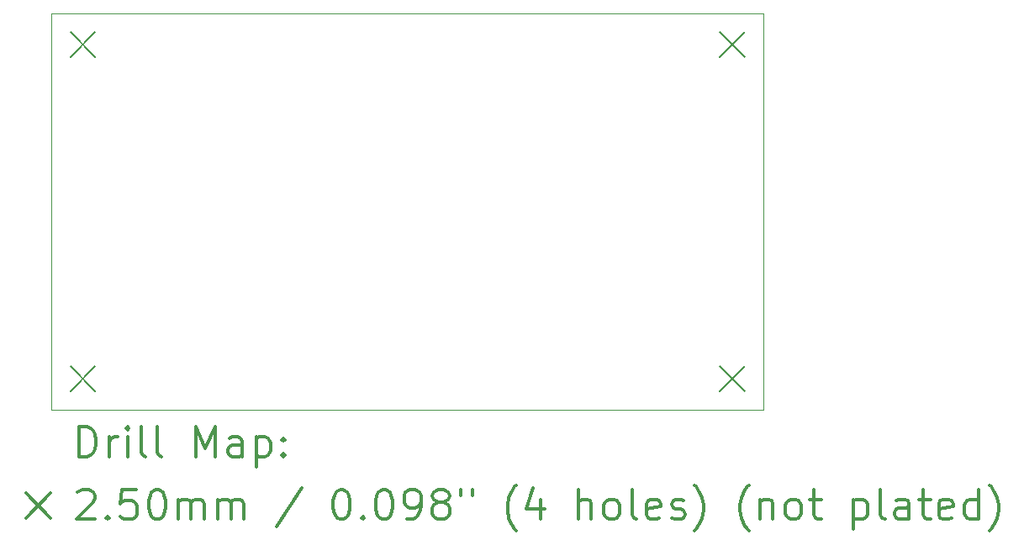
<source format=gbr>
%FSLAX45Y45*%
G04 Gerber Fmt 4.5, Leading zero omitted, Abs format (unit mm)*
G04 Created by KiCad (PCBNEW (5.1.5-0-10_14)) date 2020-05-21 11:54:05*
%MOMM*%
%LPD*%
G04 APERTURE LIST*
%TA.AperFunction,Profile*%
%ADD10C,0.100000*%
%TD*%
%ADD11C,0.200000*%
%ADD12C,0.300000*%
G04 APERTURE END LIST*
D10*
X10350500Y-7175500D02*
X10350500Y-3175000D01*
X3175000Y-3175000D02*
X3175000Y-3238500D01*
X10350500Y-3175000D02*
X3175000Y-3175000D01*
X3175000Y-7175500D02*
X10350500Y-7175500D01*
X3175000Y-3238500D02*
X3175000Y-7175500D01*
D11*
X9908000Y-6733000D02*
X10158000Y-6983000D01*
X10158000Y-6733000D02*
X9908000Y-6983000D01*
X9908000Y-3367500D02*
X10158000Y-3617500D01*
X10158000Y-3367500D02*
X9908000Y-3617500D01*
X3367500Y-6733000D02*
X3617500Y-6983000D01*
X3617500Y-6733000D02*
X3367500Y-6983000D01*
X3367500Y-3367500D02*
X3617500Y-3617500D01*
X3617500Y-3367500D02*
X3367500Y-3617500D01*
D12*
X3456428Y-7646214D02*
X3456428Y-7346214D01*
X3527857Y-7346214D01*
X3570714Y-7360500D01*
X3599286Y-7389071D01*
X3613571Y-7417643D01*
X3627857Y-7474786D01*
X3627857Y-7517643D01*
X3613571Y-7574786D01*
X3599286Y-7603357D01*
X3570714Y-7631929D01*
X3527857Y-7646214D01*
X3456428Y-7646214D01*
X3756428Y-7646214D02*
X3756428Y-7446214D01*
X3756428Y-7503357D02*
X3770714Y-7474786D01*
X3785000Y-7460500D01*
X3813571Y-7446214D01*
X3842143Y-7446214D01*
X3942143Y-7646214D02*
X3942143Y-7446214D01*
X3942143Y-7346214D02*
X3927857Y-7360500D01*
X3942143Y-7374786D01*
X3956428Y-7360500D01*
X3942143Y-7346214D01*
X3942143Y-7374786D01*
X4127857Y-7646214D02*
X4099286Y-7631929D01*
X4085000Y-7603357D01*
X4085000Y-7346214D01*
X4285000Y-7646214D02*
X4256428Y-7631929D01*
X4242143Y-7603357D01*
X4242143Y-7346214D01*
X4627857Y-7646214D02*
X4627857Y-7346214D01*
X4727857Y-7560500D01*
X4827857Y-7346214D01*
X4827857Y-7646214D01*
X5099286Y-7646214D02*
X5099286Y-7489071D01*
X5085000Y-7460500D01*
X5056428Y-7446214D01*
X4999286Y-7446214D01*
X4970714Y-7460500D01*
X5099286Y-7631929D02*
X5070714Y-7646214D01*
X4999286Y-7646214D01*
X4970714Y-7631929D01*
X4956428Y-7603357D01*
X4956428Y-7574786D01*
X4970714Y-7546214D01*
X4999286Y-7531929D01*
X5070714Y-7531929D01*
X5099286Y-7517643D01*
X5242143Y-7446214D02*
X5242143Y-7746214D01*
X5242143Y-7460500D02*
X5270714Y-7446214D01*
X5327857Y-7446214D01*
X5356428Y-7460500D01*
X5370714Y-7474786D01*
X5385000Y-7503357D01*
X5385000Y-7589071D01*
X5370714Y-7617643D01*
X5356428Y-7631929D01*
X5327857Y-7646214D01*
X5270714Y-7646214D01*
X5242143Y-7631929D01*
X5513571Y-7617643D02*
X5527857Y-7631929D01*
X5513571Y-7646214D01*
X5499286Y-7631929D01*
X5513571Y-7617643D01*
X5513571Y-7646214D01*
X5513571Y-7460500D02*
X5527857Y-7474786D01*
X5513571Y-7489071D01*
X5499286Y-7474786D01*
X5513571Y-7460500D01*
X5513571Y-7489071D01*
X2920000Y-8015500D02*
X3170000Y-8265500D01*
X3170000Y-8015500D02*
X2920000Y-8265500D01*
X3442143Y-8004786D02*
X3456428Y-7990500D01*
X3485000Y-7976214D01*
X3556428Y-7976214D01*
X3585000Y-7990500D01*
X3599286Y-8004786D01*
X3613571Y-8033357D01*
X3613571Y-8061929D01*
X3599286Y-8104786D01*
X3427857Y-8276214D01*
X3613571Y-8276214D01*
X3742143Y-8247643D02*
X3756428Y-8261929D01*
X3742143Y-8276214D01*
X3727857Y-8261929D01*
X3742143Y-8247643D01*
X3742143Y-8276214D01*
X4027857Y-7976214D02*
X3885000Y-7976214D01*
X3870714Y-8119071D01*
X3885000Y-8104786D01*
X3913571Y-8090500D01*
X3985000Y-8090500D01*
X4013571Y-8104786D01*
X4027857Y-8119071D01*
X4042143Y-8147643D01*
X4042143Y-8219071D01*
X4027857Y-8247643D01*
X4013571Y-8261929D01*
X3985000Y-8276214D01*
X3913571Y-8276214D01*
X3885000Y-8261929D01*
X3870714Y-8247643D01*
X4227857Y-7976214D02*
X4256428Y-7976214D01*
X4285000Y-7990500D01*
X4299286Y-8004786D01*
X4313571Y-8033357D01*
X4327857Y-8090500D01*
X4327857Y-8161929D01*
X4313571Y-8219071D01*
X4299286Y-8247643D01*
X4285000Y-8261929D01*
X4256428Y-8276214D01*
X4227857Y-8276214D01*
X4199286Y-8261929D01*
X4185000Y-8247643D01*
X4170714Y-8219071D01*
X4156428Y-8161929D01*
X4156428Y-8090500D01*
X4170714Y-8033357D01*
X4185000Y-8004786D01*
X4199286Y-7990500D01*
X4227857Y-7976214D01*
X4456428Y-8276214D02*
X4456428Y-8076214D01*
X4456428Y-8104786D02*
X4470714Y-8090500D01*
X4499286Y-8076214D01*
X4542143Y-8076214D01*
X4570714Y-8090500D01*
X4585000Y-8119071D01*
X4585000Y-8276214D01*
X4585000Y-8119071D02*
X4599286Y-8090500D01*
X4627857Y-8076214D01*
X4670714Y-8076214D01*
X4699286Y-8090500D01*
X4713571Y-8119071D01*
X4713571Y-8276214D01*
X4856428Y-8276214D02*
X4856428Y-8076214D01*
X4856428Y-8104786D02*
X4870714Y-8090500D01*
X4899286Y-8076214D01*
X4942143Y-8076214D01*
X4970714Y-8090500D01*
X4985000Y-8119071D01*
X4985000Y-8276214D01*
X4985000Y-8119071D02*
X4999286Y-8090500D01*
X5027857Y-8076214D01*
X5070714Y-8076214D01*
X5099286Y-8090500D01*
X5113571Y-8119071D01*
X5113571Y-8276214D01*
X5699286Y-7961929D02*
X5442143Y-8347643D01*
X6085000Y-7976214D02*
X6113571Y-7976214D01*
X6142143Y-7990500D01*
X6156428Y-8004786D01*
X6170714Y-8033357D01*
X6185000Y-8090500D01*
X6185000Y-8161929D01*
X6170714Y-8219071D01*
X6156428Y-8247643D01*
X6142143Y-8261929D01*
X6113571Y-8276214D01*
X6085000Y-8276214D01*
X6056428Y-8261929D01*
X6042143Y-8247643D01*
X6027857Y-8219071D01*
X6013571Y-8161929D01*
X6013571Y-8090500D01*
X6027857Y-8033357D01*
X6042143Y-8004786D01*
X6056428Y-7990500D01*
X6085000Y-7976214D01*
X6313571Y-8247643D02*
X6327857Y-8261929D01*
X6313571Y-8276214D01*
X6299286Y-8261929D01*
X6313571Y-8247643D01*
X6313571Y-8276214D01*
X6513571Y-7976214D02*
X6542143Y-7976214D01*
X6570714Y-7990500D01*
X6585000Y-8004786D01*
X6599286Y-8033357D01*
X6613571Y-8090500D01*
X6613571Y-8161929D01*
X6599286Y-8219071D01*
X6585000Y-8247643D01*
X6570714Y-8261929D01*
X6542143Y-8276214D01*
X6513571Y-8276214D01*
X6485000Y-8261929D01*
X6470714Y-8247643D01*
X6456428Y-8219071D01*
X6442143Y-8161929D01*
X6442143Y-8090500D01*
X6456428Y-8033357D01*
X6470714Y-8004786D01*
X6485000Y-7990500D01*
X6513571Y-7976214D01*
X6756428Y-8276214D02*
X6813571Y-8276214D01*
X6842143Y-8261929D01*
X6856428Y-8247643D01*
X6885000Y-8204786D01*
X6899286Y-8147643D01*
X6899286Y-8033357D01*
X6885000Y-8004786D01*
X6870714Y-7990500D01*
X6842143Y-7976214D01*
X6785000Y-7976214D01*
X6756428Y-7990500D01*
X6742143Y-8004786D01*
X6727857Y-8033357D01*
X6727857Y-8104786D01*
X6742143Y-8133357D01*
X6756428Y-8147643D01*
X6785000Y-8161929D01*
X6842143Y-8161929D01*
X6870714Y-8147643D01*
X6885000Y-8133357D01*
X6899286Y-8104786D01*
X7070714Y-8104786D02*
X7042143Y-8090500D01*
X7027857Y-8076214D01*
X7013571Y-8047643D01*
X7013571Y-8033357D01*
X7027857Y-8004786D01*
X7042143Y-7990500D01*
X7070714Y-7976214D01*
X7127857Y-7976214D01*
X7156428Y-7990500D01*
X7170714Y-8004786D01*
X7185000Y-8033357D01*
X7185000Y-8047643D01*
X7170714Y-8076214D01*
X7156428Y-8090500D01*
X7127857Y-8104786D01*
X7070714Y-8104786D01*
X7042143Y-8119071D01*
X7027857Y-8133357D01*
X7013571Y-8161929D01*
X7013571Y-8219071D01*
X7027857Y-8247643D01*
X7042143Y-8261929D01*
X7070714Y-8276214D01*
X7127857Y-8276214D01*
X7156428Y-8261929D01*
X7170714Y-8247643D01*
X7185000Y-8219071D01*
X7185000Y-8161929D01*
X7170714Y-8133357D01*
X7156428Y-8119071D01*
X7127857Y-8104786D01*
X7299286Y-7976214D02*
X7299286Y-8033357D01*
X7413571Y-7976214D02*
X7413571Y-8033357D01*
X7856428Y-8390500D02*
X7842143Y-8376214D01*
X7813571Y-8333357D01*
X7799286Y-8304786D01*
X7785000Y-8261929D01*
X7770714Y-8190500D01*
X7770714Y-8133357D01*
X7785000Y-8061929D01*
X7799286Y-8019071D01*
X7813571Y-7990500D01*
X7842143Y-7947643D01*
X7856428Y-7933357D01*
X8099286Y-8076214D02*
X8099286Y-8276214D01*
X8027857Y-7961929D02*
X7956428Y-8176214D01*
X8142143Y-8176214D01*
X8485000Y-8276214D02*
X8485000Y-7976214D01*
X8613571Y-8276214D02*
X8613571Y-8119071D01*
X8599286Y-8090500D01*
X8570714Y-8076214D01*
X8527857Y-8076214D01*
X8499286Y-8090500D01*
X8485000Y-8104786D01*
X8799286Y-8276214D02*
X8770714Y-8261929D01*
X8756428Y-8247643D01*
X8742143Y-8219071D01*
X8742143Y-8133357D01*
X8756428Y-8104786D01*
X8770714Y-8090500D01*
X8799286Y-8076214D01*
X8842143Y-8076214D01*
X8870714Y-8090500D01*
X8885000Y-8104786D01*
X8899286Y-8133357D01*
X8899286Y-8219071D01*
X8885000Y-8247643D01*
X8870714Y-8261929D01*
X8842143Y-8276214D01*
X8799286Y-8276214D01*
X9070714Y-8276214D02*
X9042143Y-8261929D01*
X9027857Y-8233357D01*
X9027857Y-7976214D01*
X9299286Y-8261929D02*
X9270714Y-8276214D01*
X9213571Y-8276214D01*
X9185000Y-8261929D01*
X9170714Y-8233357D01*
X9170714Y-8119071D01*
X9185000Y-8090500D01*
X9213571Y-8076214D01*
X9270714Y-8076214D01*
X9299286Y-8090500D01*
X9313571Y-8119071D01*
X9313571Y-8147643D01*
X9170714Y-8176214D01*
X9427857Y-8261929D02*
X9456428Y-8276214D01*
X9513571Y-8276214D01*
X9542143Y-8261929D01*
X9556428Y-8233357D01*
X9556428Y-8219071D01*
X9542143Y-8190500D01*
X9513571Y-8176214D01*
X9470714Y-8176214D01*
X9442143Y-8161929D01*
X9427857Y-8133357D01*
X9427857Y-8119071D01*
X9442143Y-8090500D01*
X9470714Y-8076214D01*
X9513571Y-8076214D01*
X9542143Y-8090500D01*
X9656428Y-8390500D02*
X9670714Y-8376214D01*
X9699286Y-8333357D01*
X9713571Y-8304786D01*
X9727857Y-8261929D01*
X9742143Y-8190500D01*
X9742143Y-8133357D01*
X9727857Y-8061929D01*
X9713571Y-8019071D01*
X9699286Y-7990500D01*
X9670714Y-7947643D01*
X9656428Y-7933357D01*
X10199286Y-8390500D02*
X10185000Y-8376214D01*
X10156428Y-8333357D01*
X10142143Y-8304786D01*
X10127857Y-8261929D01*
X10113571Y-8190500D01*
X10113571Y-8133357D01*
X10127857Y-8061929D01*
X10142143Y-8019071D01*
X10156428Y-7990500D01*
X10185000Y-7947643D01*
X10199286Y-7933357D01*
X10313571Y-8076214D02*
X10313571Y-8276214D01*
X10313571Y-8104786D02*
X10327857Y-8090500D01*
X10356428Y-8076214D01*
X10399286Y-8076214D01*
X10427857Y-8090500D01*
X10442143Y-8119071D01*
X10442143Y-8276214D01*
X10627857Y-8276214D02*
X10599286Y-8261929D01*
X10585000Y-8247643D01*
X10570714Y-8219071D01*
X10570714Y-8133357D01*
X10585000Y-8104786D01*
X10599286Y-8090500D01*
X10627857Y-8076214D01*
X10670714Y-8076214D01*
X10699286Y-8090500D01*
X10713571Y-8104786D01*
X10727857Y-8133357D01*
X10727857Y-8219071D01*
X10713571Y-8247643D01*
X10699286Y-8261929D01*
X10670714Y-8276214D01*
X10627857Y-8276214D01*
X10813571Y-8076214D02*
X10927857Y-8076214D01*
X10856428Y-7976214D02*
X10856428Y-8233357D01*
X10870714Y-8261929D01*
X10899286Y-8276214D01*
X10927857Y-8276214D01*
X11256428Y-8076214D02*
X11256428Y-8376214D01*
X11256428Y-8090500D02*
X11285000Y-8076214D01*
X11342143Y-8076214D01*
X11370714Y-8090500D01*
X11385000Y-8104786D01*
X11399286Y-8133357D01*
X11399286Y-8219071D01*
X11385000Y-8247643D01*
X11370714Y-8261929D01*
X11342143Y-8276214D01*
X11285000Y-8276214D01*
X11256428Y-8261929D01*
X11570714Y-8276214D02*
X11542143Y-8261929D01*
X11527857Y-8233357D01*
X11527857Y-7976214D01*
X11813571Y-8276214D02*
X11813571Y-8119071D01*
X11799286Y-8090500D01*
X11770714Y-8076214D01*
X11713571Y-8076214D01*
X11685000Y-8090500D01*
X11813571Y-8261929D02*
X11785000Y-8276214D01*
X11713571Y-8276214D01*
X11685000Y-8261929D01*
X11670714Y-8233357D01*
X11670714Y-8204786D01*
X11685000Y-8176214D01*
X11713571Y-8161929D01*
X11785000Y-8161929D01*
X11813571Y-8147643D01*
X11913571Y-8076214D02*
X12027857Y-8076214D01*
X11956428Y-7976214D02*
X11956428Y-8233357D01*
X11970714Y-8261929D01*
X11999286Y-8276214D01*
X12027857Y-8276214D01*
X12242143Y-8261929D02*
X12213571Y-8276214D01*
X12156428Y-8276214D01*
X12127857Y-8261929D01*
X12113571Y-8233357D01*
X12113571Y-8119071D01*
X12127857Y-8090500D01*
X12156428Y-8076214D01*
X12213571Y-8076214D01*
X12242143Y-8090500D01*
X12256428Y-8119071D01*
X12256428Y-8147643D01*
X12113571Y-8176214D01*
X12513571Y-8276214D02*
X12513571Y-7976214D01*
X12513571Y-8261929D02*
X12485000Y-8276214D01*
X12427857Y-8276214D01*
X12399286Y-8261929D01*
X12385000Y-8247643D01*
X12370714Y-8219071D01*
X12370714Y-8133357D01*
X12385000Y-8104786D01*
X12399286Y-8090500D01*
X12427857Y-8076214D01*
X12485000Y-8076214D01*
X12513571Y-8090500D01*
X12627857Y-8390500D02*
X12642143Y-8376214D01*
X12670714Y-8333357D01*
X12685000Y-8304786D01*
X12699286Y-8261929D01*
X12713571Y-8190500D01*
X12713571Y-8133357D01*
X12699286Y-8061929D01*
X12685000Y-8019071D01*
X12670714Y-7990500D01*
X12642143Y-7947643D01*
X12627857Y-7933357D01*
M02*

</source>
